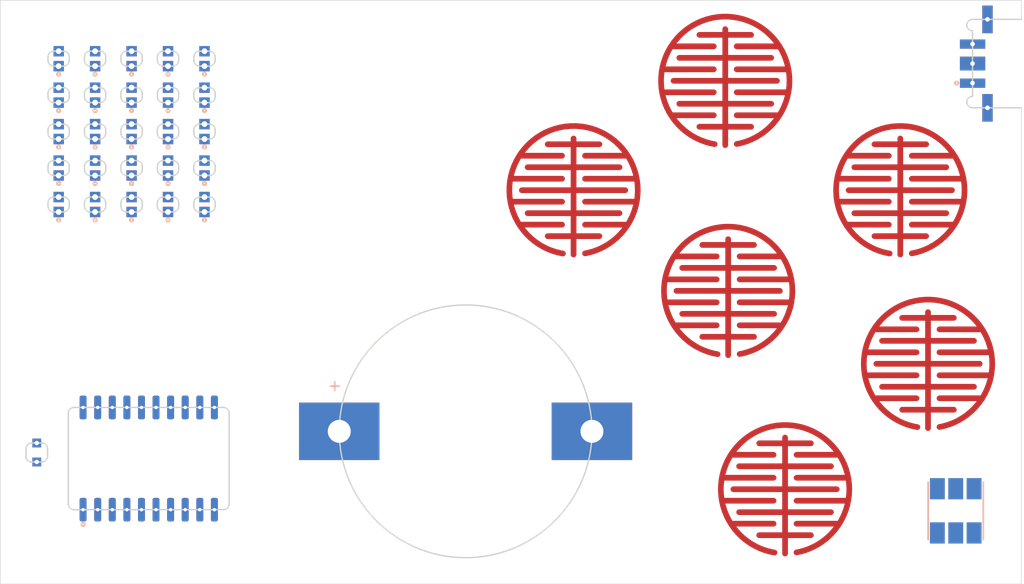
<source format=kicad_pcb>
(kicad_pcb (version 20171130) (host pcbnew "(5.1.9)-1")

  (general
    (thickness 1.6)
    (drawings 5)
    (tracks 0)
    (zones 0)
    (modules 36)
    (nets 20)
  )

  (page A4)
  (layers
    (0 F.Cu signal)
    (31 B.Cu signal)
    (32 B.Adhes user hide)
    (33 F.Adhes user hide)
    (34 B.Paste user hide)
    (35 F.Paste user hide)
    (36 B.SilkS user)
    (37 F.SilkS user)
    (38 B.Mask user)
    (39 F.Mask user)
    (40 Dwgs.User user)
    (41 Cmts.User user hide)
    (42 Eco1.User user hide)
    (43 Eco2.User user hide)
    (44 Edge.Cuts user)
    (45 Margin user hide)
    (46 B.CrtYd user hide)
    (47 F.CrtYd user hide)
    (48 B.Fab user hide)
    (49 F.Fab user hide)
  )

  (setup
    (last_trace_width 0.25)
    (trace_clearance 0.2)
    (zone_clearance 0.508)
    (zone_45_only no)
    (trace_min 0.2)
    (via_size 0.8)
    (via_drill 0.4)
    (via_min_size 0.4)
    (via_min_drill 0.3)
    (uvia_size 0.3)
    (uvia_drill 0.1)
    (uvias_allowed no)
    (uvia_min_size 0.2)
    (uvia_min_drill 0.1)
    (edge_width 0.05)
    (segment_width 0.2)
    (pcb_text_width 0.3)
    (pcb_text_size 1.5 1.5)
    (mod_edge_width 0.12)
    (mod_text_size 1 1)
    (mod_text_width 0.15)
    (pad_size 1.524 1.524)
    (pad_drill 0.762)
    (pad_to_mask_clearance 0)
    (aux_axis_origin 0 0)
    (visible_elements 7EFFF77F)
    (pcbplotparams
      (layerselection 0x01000_7ffffffe)
      (usegerberextensions false)
      (usegerberattributes false)
      (usegerberadvancedattributes false)
      (creategerberjobfile false)
      (excludeedgelayer true)
      (linewidth 0.100000)
      (plotframeref false)
      (viasonmask false)
      (mode 1)
      (useauxorigin false)
      (hpglpennumber 1)
      (hpglpenspeed 20)
      (hpglpendiameter 15.000000)
      (psnegative false)
      (psa4output false)
      (plotreference true)
      (plotvalue true)
      (plotinvisibletext false)
      (padsonsilk false)
      (subtractmaskfromsilk false)
      (outputformat 1)
      (mirror false)
      (drillshape 0)
      (scaleselection 1)
      (outputdirectory "./cam/"))
  )

  (net 0 "")
  (net 1 "Net-(BT1-Pad1)")
  (net 2 /GND)
  (net 3 /VDD)
  (net 4 /ROW0)
  (net 5 /ROW1)
  (net 6 /ROW2)
  (net 7 /ROW3)
  (net 8 /COL0)
  (net 9 /COL1)
  (net 10 /COL2)
  (net 11 /COL3)
  (net 12 /ROW4)
  (net 13 /COL4)
  (net 14 /Y0)
  (net 15 /X1)
  (net 16 /X0)
  (net 17 /Y1)
  (net 18 /X2)
  (net 19 /UPDI_DATA)

  (net_class Default "This is the default net class."
    (clearance 0.2)
    (trace_width 0.25)
    (via_dia 0.8)
    (via_drill 0.4)
    (uvia_dia 0.3)
    (uvia_drill 0.1)
    (add_net /COL0)
    (add_net /COL1)
    (add_net /COL2)
    (add_net /COL3)
    (add_net /COL4)
    (add_net /GND)
    (add_net /ROW0)
    (add_net /ROW1)
    (add_net /ROW2)
    (add_net /ROW3)
    (add_net /ROW4)
    (add_net /UPDI_DATA)
    (add_net /VDD)
    (add_net /X0)
    (add_net /X1)
    (add_net /X2)
    (add_net /Y0)
    (add_net /Y1)
    (add_net "Net-(BT1-Pad1)")
  )

  (module business-card:SOIC-20W_7.5x12.8mm_P1.27mm_through_board_mount (layer F.Cu) (tedit 6096BE25) (tstamp 60947C79)
    (at 12.925 39.9 90)
    (descr "SOIC, 20 Pin (JEDEC MS-013AC, https://www.analog.com/media/en/package-pcb-resources/package/233848rw_20.pdf), generated with kicad-footprint-generator ipc_gullwing_generator.py")
    (tags "SOIC SO")
    (path /60956219)
    (attr smd)
    (fp_text reference U1 (at 0 -7.8 90) (layer F.SilkS) hide
      (effects (font (size 1 1) (thickness 0.15)))
    )
    (fp_text value ATtiny1616-S (at 0 7.95 90) (layer F.Fab)
      (effects (font (size 1 1) (thickness 0.15)))
    )
    (fp_arc (start -3.95 -6.5) (end -3.95 -7) (angle -90) (layer Edge.Cuts) (width 0.12))
    (fp_arc (start 3.95 -6.5) (end 4.45 -6.5) (angle -90) (layer Edge.Cuts) (width 0.12))
    (fp_arc (start 3.95 6.5) (end 3.95 7) (angle -90) (layer Edge.Cuts) (width 0.12))
    (fp_arc (start -3.95 6.5) (end -4.45 6.5) (angle -90) (layer Edge.Cuts) (width 0.12))
    (fp_text user %R (at 0 0 90) (layer F.Fab)
      (effects (font (size 1 1) (thickness 0.15)))
    )
    (fp_line (start -3.95 7) (end 3.95 7) (layer Edge.Cuts) (width 0.12))
    (fp_line (start -3.95 -7) (end 3.95 -7) (layer Edge.Cuts) (width 0.12))
    (fp_line (start 4.45 6.5) (end 4.45 -6.5) (layer Edge.Cuts) (width 0.12))
    (fp_line (start -4.45 -6.5) (end -4.45 6.5) (layer Edge.Cuts) (width 0.12))
    (fp_line (start -2.75 -6.4) (end 3.75 -6.4) (layer F.Fab) (width 0.1))
    (fp_line (start 3.75 -6.4) (end 3.75 6.4) (layer F.Fab) (width 0.1))
    (fp_line (start 3.75 6.4) (end -3.75 6.4) (layer F.Fab) (width 0.1))
    (fp_line (start -3.75 6.4) (end -3.75 -5.4) (layer F.Fab) (width 0.1))
    (fp_line (start -3.75 -5.4) (end -2.75 -6.4) (layer F.Fab) (width 0.1))
    (fp_line (start -5.93 -6.65) (end -5.93 6.65) (layer F.CrtYd) (width 0.05))
    (fp_line (start -5.93 6.65) (end 5.93 6.65) (layer F.CrtYd) (width 0.05))
    (fp_line (start 5.93 6.65) (end 5.93 -6.65) (layer F.CrtYd) (width 0.05))
    (fp_line (start 5.93 -6.65) (end -5.93 -6.65) (layer F.CrtYd) (width 0.05))
    (fp_circle (center -5.73 -5.71) (end -5.659289 -5.71) (layer F.SilkS) (width 0.15))
    (fp_circle (center -5.73 -5.71) (end -5.659289 -5.71) (layer B.SilkS) (width 0.15))
    (pad 1 thru_hole roundrect (at -4.45 -5.715 90) (size 2.05 0.6) (drill 0.3) (layers *.Cu *.Mask) (roundrect_rratio 0.25)
      (net 3 /VDD))
    (pad 2 thru_hole roundrect (at -4.45 -4.445 90) (size 2.05 0.6) (drill 0.3) (layers *.Cu *.Mask) (roundrect_rratio 0.25))
    (pad 3 thru_hole roundrect (at -4.45 -3.175 90) (size 2.05 0.6) (drill 0.3) (layers *.Cu *.Mask) (roundrect_rratio 0.25))
    (pad 4 thru_hole roundrect (at -4.45 -1.905 90) (size 2.05 0.6) (drill 0.3) (layers *.Cu *.Mask) (roundrect_rratio 0.25))
    (pad 5 thru_hole roundrect (at -4.45 -0.635 90) (size 2.05 0.6) (drill 0.3) (layers *.Cu *.Mask) (roundrect_rratio 0.25))
    (pad 6 thru_hole roundrect (at -4.45 0.635 90) (size 2.05 0.6) (drill 0.3) (layers *.Cu *.Mask) (roundrect_rratio 0.25))
    (pad 7 thru_hole roundrect (at -4.45 1.905 90) (size 2.05 0.6) (drill 0.3) (layers *.Cu *.Mask) (roundrect_rratio 0.25))
    (pad 8 thru_hole roundrect (at -4.45 3.175 90) (size 2.05 0.6) (drill 0.3) (layers *.Cu *.Mask) (roundrect_rratio 0.25))
    (pad 9 thru_hole roundrect (at -4.45 4.445 90) (size 2.05 0.6) (drill 0.3) (layers *.Cu *.Mask) (roundrect_rratio 0.25))
    (pad 10 thru_hole roundrect (at -4.45 5.715 90) (size 2.05 0.6) (drill 0.3) (layers *.Cu *.Mask) (roundrect_rratio 0.25))
    (pad 11 thru_hole roundrect (at 4.45 5.715 90) (size 2.05 0.6) (drill 0.3) (layers *.Cu *.Mask) (roundrect_rratio 0.25))
    (pad 12 thru_hole roundrect (at 4.45 4.445 90) (size 2.05 0.6) (drill 0.3) (layers *.Cu *.Mask) (roundrect_rratio 0.25))
    (pad 13 thru_hole roundrect (at 4.45 3.175 90) (size 2.05 0.6) (drill 0.3) (layers *.Cu *.Mask) (roundrect_rratio 0.25))
    (pad 14 thru_hole roundrect (at 4.45 1.905 90) (size 2.05 0.6) (drill 0.3) (layers *.Cu *.Mask) (roundrect_rratio 0.25))
    (pad 15 thru_hole roundrect (at 4.45 0.635 90) (size 2.05 0.6) (drill 0.3) (layers *.Cu *.Mask) (roundrect_rratio 0.25))
    (pad 16 thru_hole roundrect (at 4.45 -0.635 90) (size 2.05 0.6) (drill 0.3) (layers *.Cu *.Mask) (roundrect_rratio 0.25)
      (net 19 /UPDI_DATA))
    (pad 17 thru_hole roundrect (at 4.45 -1.905 90) (size 2.05 0.6) (drill 0.3) (layers *.Cu *.Mask) (roundrect_rratio 0.25))
    (pad 18 thru_hole roundrect (at 4.45 -3.175 90) (size 2.05 0.6) (drill 0.3) (layers *.Cu *.Mask) (roundrect_rratio 0.25))
    (pad 19 thru_hole roundrect (at 4.45 -4.445 90) (size 2.05 0.6) (drill 0.3) (layers *.Cu *.Mask) (roundrect_rratio 0.25))
    (pad 20 thru_hole roundrect (at 4.45 -5.715 90) (size 2.05 0.6) (drill 0.3) (layers *.Cu *.Mask) (roundrect_rratio 0.25)
      (net 2 /GND))
    (model ${KISYS3DMOD}/Package_SO.3dshapes/SOIC-20W_7.5x12.8mm_P1.27mm.wrl
      (at (xyz 0 0 0))
      (scale (xyz 1 1 1))
      (rotate (xyz 0 0 0))
    )
  )

  (module business-card:0603_through_board_mount (layer F.Cu) (tedit 60995AA7) (tstamp 6099BC0D)
    (at 3.175 39.37 270)
    (path /5DC90E07)
    (fp_text reference C2 (at 0 -2.032 90) (layer F.SilkS) hide
      (effects (font (size 1 1) (thickness 0.15)))
    )
    (fp_text value "0.1 uF" (at 0 2.032 90) (layer F.Fab)
      (effects (font (size 1 1) (thickness 0.15)))
    )
    (fp_arc (start -0.3302 0.4445) (end -0.8255 0.4445) (angle -90) (layer Edge.Cuts) (width 0.12))
    (fp_arc (start 0.3302 0.4445) (end 0.3302 0.9398) (angle -90) (layer Edge.Cuts) (width 0.12))
    (fp_arc (start 0.3302 -0.4445) (end 0.8255 -0.4445) (angle -90) (layer Edge.Cuts) (width 0.12))
    (fp_arc (start -0.3302 -0.4445) (end -0.3302 -0.9398) (angle -90) (layer Edge.Cuts) (width 0.12))
    (fp_line (start -0.8255 -0.4445) (end -0.8255 0.4445) (layer Edge.Cuts) (width 0.12))
    (fp_line (start 0.8255 0.4445) (end 0.8255 -0.4445) (layer Edge.Cuts) (width 0.12))
    (fp_line (start -0.3302 -0.9398) (end 0.3302 -0.9398) (layer Edge.Cuts) (width 0.12))
    (fp_line (start 0.3302 0.9398) (end -0.3302 0.9398) (layer Edge.Cuts) (width 0.12))
    (pad 2 thru_hole rect (at 0.8255 0 90) (size 0.762 0.762) (drill 0.381) (layers *.Cu *.Mask)
      (net 2 /GND))
    (pad 1 thru_hole rect (at -0.8255 0 270) (size 0.762 0.762) (drill 0.381) (layers *.Cu *.Mask)
      (net 3 /VDD))
  )

  (module business-card:JSX08001SAQNL_through_board_mount (layer F.Cu) (tedit 6096BE56) (tstamp 60947E5C)
    (at 88.9 5.5118 90)
    (path /6095BE2B)
    (fp_text reference SW1 (at 0 -6.5 90) (layer F.SilkS) hide
      (effects (font (size 1 1) (thickness 0.15)))
    )
    (fp_text value SW_SPDT (at 0 1 90) (layer F.Fab)
      (effects (font (size 1 1) (thickness 0.15)))
    )
    (fp_circle (center -1.7 -5.64) (end -1.629289 -5.64) (layer F.SilkS) (width 0.15))
    (fp_circle (center -1.7 -5.64) (end -1.629289 -5.64) (layer B.SilkS) (width 0.15))
    (fp_line (start -3.8 -1.65) (end -3.8 -4.25) (layer Dwgs.User) (width 0.12))
    (fp_line (start -2.4 -1.65) (end -3.8 -1.65) (layer Dwgs.User) (width 0.12))
    (fp_line (start -2.4 0) (end -2.4 -1.65) (layer Dwgs.User) (width 0.12))
    (fp_line (start -0.95 0) (end -2.4 0) (layer Dwgs.User) (width 0.12))
    (fp_line (start -0.95 -1.65) (end -0.95 0) (layer Dwgs.User) (width 0.12))
    (fp_line (start 3.8 -1.65) (end -0.95 -1.65) (layer Dwgs.User) (width 0.12))
    (fp_line (start 3.8 -4.25) (end 3.8 -1.65) (layer Dwgs.User) (width 0.12))
    (fp_line (start -3.8 -4.25) (end 3.8 -4.25) (layer Dwgs.User) (width 0.12))
    (fp_line (start 3.85 0) (end 3.85 -4.25) (layer Edge.Cuts) (width 0.12))
    (fp_line (start 2.85 -4.25) (end -2.85 -4.25) (layer Edge.Cuts) (width 0.12))
    (fp_line (start -3.85 -4.25) (end -3.85 0) (layer Edge.Cuts) (width 0.12))
    (fp_arc (start 3.35 -4.25) (end 3.85 -4.25) (angle -180) (layer Edge.Cuts) (width 0.12))
    (fp_arc (start -3.35 -4.25) (end -2.85 -4.25) (angle -180) (layer Edge.Cuts) (width 0.12))
    (pad 3 thru_hole rect (at 1.7 -4.25 270) (size 0.8 2.2) (drill 0.4) (layers *.Cu *.Mask)
      (net 3 /VDD))
    (pad 2 thru_hole rect (at 0 -4.25 270) (size 1.2 2.2) (drill 0.4) (layers *.Cu *.Mask)
      (net 1 "Net-(BT1-Pad1)"))
    (pad 1 thru_hole rect (at -1.7 -4.25 270) (size 0.8 2.2) (drill 0.4) (layers *.Cu *.Mask))
    (pad "" thru_hole rect (at 3.85 -2.95 270) (size 2.4 0.9) (drill 0.4) (layers *.Cu *.Mask))
    (pad "" thru_hole rect (at -3.85 -2.95 90) (size 2.4 0.9) (drill 0.4) (layers *.Cu *.Mask))
  )

  (module business-card:CR2016_MFR_SM_through_board_mount (layer F.Cu) (tedit 6096BE69) (tstamp 60974BF3)
    (at 40.513 37.5285)
    (path /5DC84BFF)
    (fp_text reference BT1 (at 0 -12) (layer F.SilkS) hide
      (effects (font (size 1 1) (thickness 0.15)))
    )
    (fp_text value Battery_Cell (at 0 12.2) (layer F.Fab)
      (effects (font (size 1 1) (thickness 0.15)))
    )
    (fp_circle (center 0 0) (end -11 0) (layer Edge.Cuts) (width 0.12))
    (fp_text user + (at -11.4 -4) (layer B.SilkS)
      (effects (font (size 1 1) (thickness 0.15)))
    )
    (fp_text user + (at -11.4 -4) (layer F.SilkS)
      (effects (font (size 1 1) (thickness 0.15)))
    )
    (pad 2 thru_hole rect (at 11 0) (size 7 5) (drill 2) (layers *.Cu *.Mask)
      (net 2 /GND))
    (pad 1 thru_hole rect (at -11 0) (size 7 5) (drill 2) (layers *.Cu *.Mask)
      (net 1 "Net-(BT1-Pad1)"))
  )

  (module business-card:XZCBD53W-6_through_board_mount (layer F.Cu) (tedit 6096BE03) (tstamp 60947C14)
    (at 17.78 17.78 90)
    (path /6095AFE8)
    (fp_text reference D25 (at 0 -1.8 90) (layer F.SilkS) hide
      (effects (font (size 1 1) (thickness 0.15)))
    )
    (fp_text value LED (at 0 1.8 90) (layer F.Fab)
      (effects (font (size 1 1) (thickness 0.15)))
    )
    (fp_circle (center -1.35 0) (end -1.279289 0) (layer B.SilkS) (width 0.15))
    (fp_circle (center -1.35 0) (end -1.279289 0) (layer F.SilkS) (width 0.15))
    (fp_line (start 0.15 0.925) (end -0.15 0.925) (layer Edge.Cuts) (width 0.12))
    (fp_line (start -0.65 -0.425) (end -0.65 0.425) (layer Edge.Cuts) (width 0.12))
    (fp_line (start -0.15 -0.925) (end 0.15 -0.925) (layer Edge.Cuts) (width 0.12))
    (fp_line (start 0.65 0.425) (end 0.65 -0.425) (layer Edge.Cuts) (width 0.12))
    (fp_arc (start -0.15 0.425) (end -0.65 0.425) (angle -90) (layer Edge.Cuts) (width 0.12))
    (fp_arc (start 0.15 0.425) (end 0.15 0.925) (angle -90) (layer Edge.Cuts) (width 0.12))
    (fp_arc (start -0.15 -0.425) (end -0.15 -0.925) (angle -90) (layer Edge.Cuts) (width 0.12))
    (fp_arc (start 0.15 -0.425) (end 0.65 -0.425) (angle -90) (layer Edge.Cuts) (width 0.12))
    (pad 2 thru_hole rect (at 0.65 0 270) (size 0.9 0.9) (drill 0.5) (layers *.Cu *.Mask)
      (net 13 /COL4))
    (pad 1 thru_hole rect (at -0.65 0 90) (size 0.9 0.9) (drill 0.5) (layers *.Cu *.Mask)
      (net 12 /ROW4))
  )

  (module business-card:XZCBD53W-6_through_board_mount (layer F.Cu) (tedit 6096BE03) (tstamp 60947C01)
    (at 17.78 14.605 90)
    (path /6094903E)
    (fp_text reference D24 (at 0 -1.8 90) (layer F.SilkS) hide
      (effects (font (size 1 1) (thickness 0.15)))
    )
    (fp_text value LED (at 0 1.8 90) (layer F.Fab)
      (effects (font (size 1 1) (thickness 0.15)))
    )
    (fp_circle (center -1.35 0) (end -1.279289 0) (layer B.SilkS) (width 0.15))
    (fp_circle (center -1.35 0) (end -1.279289 0) (layer F.SilkS) (width 0.15))
    (fp_line (start 0.15 0.925) (end -0.15 0.925) (layer Edge.Cuts) (width 0.12))
    (fp_line (start -0.65 -0.425) (end -0.65 0.425) (layer Edge.Cuts) (width 0.12))
    (fp_line (start -0.15 -0.925) (end 0.15 -0.925) (layer Edge.Cuts) (width 0.12))
    (fp_line (start 0.65 0.425) (end 0.65 -0.425) (layer Edge.Cuts) (width 0.12))
    (fp_arc (start -0.15 0.425) (end -0.65 0.425) (angle -90) (layer Edge.Cuts) (width 0.12))
    (fp_arc (start 0.15 0.425) (end 0.15 0.925) (angle -90) (layer Edge.Cuts) (width 0.12))
    (fp_arc (start -0.15 -0.425) (end -0.15 -0.925) (angle -90) (layer Edge.Cuts) (width 0.12))
    (fp_arc (start 0.15 -0.425) (end 0.65 -0.425) (angle -90) (layer Edge.Cuts) (width 0.12))
    (pad 2 thru_hole rect (at 0.65 0 270) (size 0.9 0.9) (drill 0.5) (layers *.Cu *.Mask)
      (net 13 /COL4))
    (pad 1 thru_hole rect (at -0.65 0 90) (size 0.9 0.9) (drill 0.5) (layers *.Cu *.Mask)
      (net 7 /ROW3))
  )

  (module business-card:XZCBD53W-6_through_board_mount (layer F.Cu) (tedit 6096BE03) (tstamp 60947BEE)
    (at 17.78 11.43 90)
    (path /60949035)
    (fp_text reference D23 (at 0 -1.8 90) (layer F.SilkS) hide
      (effects (font (size 1 1) (thickness 0.15)))
    )
    (fp_text value LED (at 0 1.8 90) (layer F.Fab)
      (effects (font (size 1 1) (thickness 0.15)))
    )
    (fp_circle (center -1.35 0) (end -1.279289 0) (layer B.SilkS) (width 0.15))
    (fp_circle (center -1.35 0) (end -1.279289 0) (layer F.SilkS) (width 0.15))
    (fp_line (start 0.15 0.925) (end -0.15 0.925) (layer Edge.Cuts) (width 0.12))
    (fp_line (start -0.65 -0.425) (end -0.65 0.425) (layer Edge.Cuts) (width 0.12))
    (fp_line (start -0.15 -0.925) (end 0.15 -0.925) (layer Edge.Cuts) (width 0.12))
    (fp_line (start 0.65 0.425) (end 0.65 -0.425) (layer Edge.Cuts) (width 0.12))
    (fp_arc (start -0.15 0.425) (end -0.65 0.425) (angle -90) (layer Edge.Cuts) (width 0.12))
    (fp_arc (start 0.15 0.425) (end 0.15 0.925) (angle -90) (layer Edge.Cuts) (width 0.12))
    (fp_arc (start -0.15 -0.425) (end -0.15 -0.925) (angle -90) (layer Edge.Cuts) (width 0.12))
    (fp_arc (start 0.15 -0.425) (end 0.65 -0.425) (angle -90) (layer Edge.Cuts) (width 0.12))
    (pad 2 thru_hole rect (at 0.65 0 270) (size 0.9 0.9) (drill 0.5) (layers *.Cu *.Mask)
      (net 13 /COL4))
    (pad 1 thru_hole rect (at -0.65 0 90) (size 0.9 0.9) (drill 0.5) (layers *.Cu *.Mask)
      (net 6 /ROW2))
  )

  (module business-card:XZCBD53W-6_through_board_mount (layer F.Cu) (tedit 6096BE03) (tstamp 60947BDB)
    (at 17.78 8.255 90)
    (path /60946A52)
    (fp_text reference D22 (at 0 -1.8 90) (layer F.SilkS) hide
      (effects (font (size 1 1) (thickness 0.15)))
    )
    (fp_text value LED (at 0 1.8 90) (layer F.Fab)
      (effects (font (size 1 1) (thickness 0.15)))
    )
    (fp_circle (center -1.35 0) (end -1.279289 0) (layer B.SilkS) (width 0.15))
    (fp_circle (center -1.35 0) (end -1.279289 0) (layer F.SilkS) (width 0.15))
    (fp_line (start 0.15 0.925) (end -0.15 0.925) (layer Edge.Cuts) (width 0.12))
    (fp_line (start -0.65 -0.425) (end -0.65 0.425) (layer Edge.Cuts) (width 0.12))
    (fp_line (start -0.15 -0.925) (end 0.15 -0.925) (layer Edge.Cuts) (width 0.12))
    (fp_line (start 0.65 0.425) (end 0.65 -0.425) (layer Edge.Cuts) (width 0.12))
    (fp_arc (start -0.15 0.425) (end -0.65 0.425) (angle -90) (layer Edge.Cuts) (width 0.12))
    (fp_arc (start 0.15 0.425) (end 0.15 0.925) (angle -90) (layer Edge.Cuts) (width 0.12))
    (fp_arc (start -0.15 -0.425) (end -0.15 -0.925) (angle -90) (layer Edge.Cuts) (width 0.12))
    (fp_arc (start 0.15 -0.425) (end 0.65 -0.425) (angle -90) (layer Edge.Cuts) (width 0.12))
    (pad 2 thru_hole rect (at 0.65 0 270) (size 0.9 0.9) (drill 0.5) (layers *.Cu *.Mask)
      (net 13 /COL4))
    (pad 1 thru_hole rect (at -0.65 0 90) (size 0.9 0.9) (drill 0.5) (layers *.Cu *.Mask)
      (net 5 /ROW1))
  )

  (module business-card:XZCBD53W-6_through_board_mount (layer F.Cu) (tedit 6096BE03) (tstamp 60947BC8)
    (at 17.78 5.08 90)
    (path /60946A48)
    (fp_text reference D21 (at 0 -1.8 90) (layer F.SilkS) hide
      (effects (font (size 1 1) (thickness 0.15)))
    )
    (fp_text value LED (at 0 1.8 90) (layer F.Fab)
      (effects (font (size 1 1) (thickness 0.15)))
    )
    (fp_circle (center -1.35 0) (end -1.279289 0) (layer B.SilkS) (width 0.15))
    (fp_circle (center -1.35 0) (end -1.279289 0) (layer F.SilkS) (width 0.15))
    (fp_line (start 0.15 0.925) (end -0.15 0.925) (layer Edge.Cuts) (width 0.12))
    (fp_line (start -0.65 -0.425) (end -0.65 0.425) (layer Edge.Cuts) (width 0.12))
    (fp_line (start -0.15 -0.925) (end 0.15 -0.925) (layer Edge.Cuts) (width 0.12))
    (fp_line (start 0.65 0.425) (end 0.65 -0.425) (layer Edge.Cuts) (width 0.12))
    (fp_arc (start -0.15 0.425) (end -0.65 0.425) (angle -90) (layer Edge.Cuts) (width 0.12))
    (fp_arc (start 0.15 0.425) (end 0.15 0.925) (angle -90) (layer Edge.Cuts) (width 0.12))
    (fp_arc (start -0.15 -0.425) (end -0.15 -0.925) (angle -90) (layer Edge.Cuts) (width 0.12))
    (fp_arc (start 0.15 -0.425) (end 0.65 -0.425) (angle -90) (layer Edge.Cuts) (width 0.12))
    (pad 2 thru_hole rect (at 0.65 0 270) (size 0.9 0.9) (drill 0.5) (layers *.Cu *.Mask)
      (net 13 /COL4))
    (pad 1 thru_hole rect (at -0.65 0 90) (size 0.9 0.9) (drill 0.5) (layers *.Cu *.Mask)
      (net 4 /ROW0))
  )

  (module business-card:XZCBD53W-6_through_board_mount (layer F.Cu) (tedit 6096BE03) (tstamp 60947BB5)
    (at 14.605 17.78 90)
    (path /6095AFD2)
    (fp_text reference D20 (at 0 -1.8 90) (layer F.SilkS) hide
      (effects (font (size 1 1) (thickness 0.15)))
    )
    (fp_text value LED (at 0 1.8 90) (layer F.Fab)
      (effects (font (size 1 1) (thickness 0.15)))
    )
    (fp_circle (center -1.35 0) (end -1.279289 0) (layer B.SilkS) (width 0.15))
    (fp_circle (center -1.35 0) (end -1.279289 0) (layer F.SilkS) (width 0.15))
    (fp_line (start 0.15 0.925) (end -0.15 0.925) (layer Edge.Cuts) (width 0.12))
    (fp_line (start -0.65 -0.425) (end -0.65 0.425) (layer Edge.Cuts) (width 0.12))
    (fp_line (start -0.15 -0.925) (end 0.15 -0.925) (layer Edge.Cuts) (width 0.12))
    (fp_line (start 0.65 0.425) (end 0.65 -0.425) (layer Edge.Cuts) (width 0.12))
    (fp_arc (start -0.15 0.425) (end -0.65 0.425) (angle -90) (layer Edge.Cuts) (width 0.12))
    (fp_arc (start 0.15 0.425) (end 0.15 0.925) (angle -90) (layer Edge.Cuts) (width 0.12))
    (fp_arc (start -0.15 -0.425) (end -0.15 -0.925) (angle -90) (layer Edge.Cuts) (width 0.12))
    (fp_arc (start 0.15 -0.425) (end 0.65 -0.425) (angle -90) (layer Edge.Cuts) (width 0.12))
    (pad 2 thru_hole rect (at 0.65 0 270) (size 0.9 0.9) (drill 0.5) (layers *.Cu *.Mask)
      (net 11 /COL3))
    (pad 1 thru_hole rect (at -0.65 0 90) (size 0.9 0.9) (drill 0.5) (layers *.Cu *.Mask)
      (net 12 /ROW4))
  )

  (module business-card:XZCBD53W-6_through_board_mount (layer F.Cu) (tedit 6096BE03) (tstamp 60947BA2)
    (at 11.43 17.78 90)
    (path /6095AFCC)
    (fp_text reference D19 (at 0 -1.8 90) (layer F.SilkS) hide
      (effects (font (size 1 1) (thickness 0.15)))
    )
    (fp_text value LED (at 0 1.8 90) (layer F.Fab)
      (effects (font (size 1 1) (thickness 0.15)))
    )
    (fp_circle (center -1.35 0) (end -1.279289 0) (layer B.SilkS) (width 0.15))
    (fp_circle (center -1.35 0) (end -1.279289 0) (layer F.SilkS) (width 0.15))
    (fp_line (start 0.15 0.925) (end -0.15 0.925) (layer Edge.Cuts) (width 0.12))
    (fp_line (start -0.65 -0.425) (end -0.65 0.425) (layer Edge.Cuts) (width 0.12))
    (fp_line (start -0.15 -0.925) (end 0.15 -0.925) (layer Edge.Cuts) (width 0.12))
    (fp_line (start 0.65 0.425) (end 0.65 -0.425) (layer Edge.Cuts) (width 0.12))
    (fp_arc (start -0.15 0.425) (end -0.65 0.425) (angle -90) (layer Edge.Cuts) (width 0.12))
    (fp_arc (start 0.15 0.425) (end 0.15 0.925) (angle -90) (layer Edge.Cuts) (width 0.12))
    (fp_arc (start -0.15 -0.425) (end -0.15 -0.925) (angle -90) (layer Edge.Cuts) (width 0.12))
    (fp_arc (start 0.15 -0.425) (end 0.65 -0.425) (angle -90) (layer Edge.Cuts) (width 0.12))
    (pad 2 thru_hole rect (at 0.65 0 270) (size 0.9 0.9) (drill 0.5) (layers *.Cu *.Mask)
      (net 10 /COL2))
    (pad 1 thru_hole rect (at -0.65 0 90) (size 0.9 0.9) (drill 0.5) (layers *.Cu *.Mask)
      (net 12 /ROW4))
  )

  (module business-card:XZCBD53W-6_through_board_mount (layer F.Cu) (tedit 6096BE03) (tstamp 60947B8F)
    (at 8.255 17.78 90)
    (path /6095AFC6)
    (fp_text reference D18 (at 0 -1.8 90) (layer F.SilkS) hide
      (effects (font (size 1 1) (thickness 0.15)))
    )
    (fp_text value LED (at 0 1.8 90) (layer F.Fab)
      (effects (font (size 1 1) (thickness 0.15)))
    )
    (fp_circle (center -1.35 0) (end -1.279289 0) (layer B.SilkS) (width 0.15))
    (fp_circle (center -1.35 0) (end -1.279289 0) (layer F.SilkS) (width 0.15))
    (fp_line (start 0.15 0.925) (end -0.15 0.925) (layer Edge.Cuts) (width 0.12))
    (fp_line (start -0.65 -0.425) (end -0.65 0.425) (layer Edge.Cuts) (width 0.12))
    (fp_line (start -0.15 -0.925) (end 0.15 -0.925) (layer Edge.Cuts) (width 0.12))
    (fp_line (start 0.65 0.425) (end 0.65 -0.425) (layer Edge.Cuts) (width 0.12))
    (fp_arc (start -0.15 0.425) (end -0.65 0.425) (angle -90) (layer Edge.Cuts) (width 0.12))
    (fp_arc (start 0.15 0.425) (end 0.15 0.925) (angle -90) (layer Edge.Cuts) (width 0.12))
    (fp_arc (start -0.15 -0.425) (end -0.15 -0.925) (angle -90) (layer Edge.Cuts) (width 0.12))
    (fp_arc (start 0.15 -0.425) (end 0.65 -0.425) (angle -90) (layer Edge.Cuts) (width 0.12))
    (pad 2 thru_hole rect (at 0.65 0 270) (size 0.9 0.9) (drill 0.5) (layers *.Cu *.Mask)
      (net 9 /COL1))
    (pad 1 thru_hole rect (at -0.65 0 90) (size 0.9 0.9) (drill 0.5) (layers *.Cu *.Mask)
      (net 12 /ROW4))
  )

  (module business-card:XZCBD53W-6_through_board_mount (layer F.Cu) (tedit 6096BE03) (tstamp 60947B7C)
    (at 5.08 17.78 90)
    (path /6095AFC0)
    (fp_text reference D17 (at 0 -1.8 90) (layer F.SilkS) hide
      (effects (font (size 1 1) (thickness 0.15)))
    )
    (fp_text value LED (at 0 1.8 90) (layer F.Fab)
      (effects (font (size 1 1) (thickness 0.15)))
    )
    (fp_circle (center -1.35 0) (end -1.279289 0) (layer B.SilkS) (width 0.15))
    (fp_circle (center -1.35 0) (end -1.279289 0) (layer F.SilkS) (width 0.15))
    (fp_line (start 0.15 0.925) (end -0.15 0.925) (layer Edge.Cuts) (width 0.12))
    (fp_line (start -0.65 -0.425) (end -0.65 0.425) (layer Edge.Cuts) (width 0.12))
    (fp_line (start -0.15 -0.925) (end 0.15 -0.925) (layer Edge.Cuts) (width 0.12))
    (fp_line (start 0.65 0.425) (end 0.65 -0.425) (layer Edge.Cuts) (width 0.12))
    (fp_arc (start -0.15 0.425) (end -0.65 0.425) (angle -90) (layer Edge.Cuts) (width 0.12))
    (fp_arc (start 0.15 0.425) (end 0.15 0.925) (angle -90) (layer Edge.Cuts) (width 0.12))
    (fp_arc (start -0.15 -0.425) (end -0.15 -0.925) (angle -90) (layer Edge.Cuts) (width 0.12))
    (fp_arc (start 0.15 -0.425) (end 0.65 -0.425) (angle -90) (layer Edge.Cuts) (width 0.12))
    (pad 2 thru_hole rect (at 0.65 0 270) (size 0.9 0.9) (drill 0.5) (layers *.Cu *.Mask)
      (net 8 /COL0))
    (pad 1 thru_hole rect (at -0.65 0 90) (size 0.9 0.9) (drill 0.5) (layers *.Cu *.Mask)
      (net 12 /ROW4))
  )

  (module business-card:XZCBD53W-6_through_board_mount (layer F.Cu) (tedit 6096BE03) (tstamp 5DCB8C3C)
    (at 14.605 14.605 90)
    (path /5DCD538F)
    (fp_text reference D16 (at 0 -1.8 90) (layer F.SilkS) hide
      (effects (font (size 1 1) (thickness 0.15)))
    )
    (fp_text value LED (at 0 1.8 90) (layer F.Fab)
      (effects (font (size 1 1) (thickness 0.15)))
    )
    (fp_circle (center -1.35 0) (end -1.279289 0) (layer B.SilkS) (width 0.15))
    (fp_circle (center -1.35 0) (end -1.279289 0) (layer F.SilkS) (width 0.15))
    (fp_line (start 0.15 0.925) (end -0.15 0.925) (layer Edge.Cuts) (width 0.12))
    (fp_line (start -0.65 -0.425) (end -0.65 0.425) (layer Edge.Cuts) (width 0.12))
    (fp_line (start -0.15 -0.925) (end 0.15 -0.925) (layer Edge.Cuts) (width 0.12))
    (fp_line (start 0.65 0.425) (end 0.65 -0.425) (layer Edge.Cuts) (width 0.12))
    (fp_arc (start -0.15 0.425) (end -0.65 0.425) (angle -90) (layer Edge.Cuts) (width 0.12))
    (fp_arc (start 0.15 0.425) (end 0.15 0.925) (angle -90) (layer Edge.Cuts) (width 0.12))
    (fp_arc (start -0.15 -0.425) (end -0.15 -0.925) (angle -90) (layer Edge.Cuts) (width 0.12))
    (fp_arc (start 0.15 -0.425) (end 0.65 -0.425) (angle -90) (layer Edge.Cuts) (width 0.12))
    (pad 2 thru_hole rect (at 0.65 0 270) (size 0.9 0.9) (drill 0.5) (layers *.Cu *.Mask)
      (net 11 /COL3))
    (pad 1 thru_hole rect (at -0.65 0 90) (size 0.9 0.9) (drill 0.5) (layers *.Cu *.Mask)
      (net 7 /ROW3))
  )

  (module business-card:XZCBD53W-6_through_board_mount (layer F.Cu) (tedit 6096BE03) (tstamp 5DCB8C29)
    (at 14.605 11.43 90)
    (path /5DCD3BD8)
    (fp_text reference D15 (at 0 -1.8 90) (layer F.SilkS) hide
      (effects (font (size 1 1) (thickness 0.15)))
    )
    (fp_text value LED (at 0 1.8 90) (layer F.Fab)
      (effects (font (size 1 1) (thickness 0.15)))
    )
    (fp_circle (center -1.35 0) (end -1.279289 0) (layer B.SilkS) (width 0.15))
    (fp_circle (center -1.35 0) (end -1.279289 0) (layer F.SilkS) (width 0.15))
    (fp_line (start 0.15 0.925) (end -0.15 0.925) (layer Edge.Cuts) (width 0.12))
    (fp_line (start -0.65 -0.425) (end -0.65 0.425) (layer Edge.Cuts) (width 0.12))
    (fp_line (start -0.15 -0.925) (end 0.15 -0.925) (layer Edge.Cuts) (width 0.12))
    (fp_line (start 0.65 0.425) (end 0.65 -0.425) (layer Edge.Cuts) (width 0.12))
    (fp_arc (start -0.15 0.425) (end -0.65 0.425) (angle -90) (layer Edge.Cuts) (width 0.12))
    (fp_arc (start 0.15 0.425) (end 0.15 0.925) (angle -90) (layer Edge.Cuts) (width 0.12))
    (fp_arc (start -0.15 -0.425) (end -0.15 -0.925) (angle -90) (layer Edge.Cuts) (width 0.12))
    (fp_arc (start 0.15 -0.425) (end 0.65 -0.425) (angle -90) (layer Edge.Cuts) (width 0.12))
    (pad 2 thru_hole rect (at 0.65 0 270) (size 0.9 0.9) (drill 0.5) (layers *.Cu *.Mask)
      (net 11 /COL3))
    (pad 1 thru_hole rect (at -0.65 0 90) (size 0.9 0.9) (drill 0.5) (layers *.Cu *.Mask)
      (net 6 /ROW2))
  )

  (module business-card:XZCBD53W-6_through_board_mount (layer F.Cu) (tedit 6096BE03) (tstamp 5DCB8C16)
    (at 11.43 14.605 90)
    (path /5DCD5388)
    (fp_text reference D14 (at 0 -1.8 90) (layer F.SilkS) hide
      (effects (font (size 1 1) (thickness 0.15)))
    )
    (fp_text value LED (at 0 1.8 90) (layer F.Fab)
      (effects (font (size 1 1) (thickness 0.15)))
    )
    (fp_circle (center -1.35 0) (end -1.279289 0) (layer B.SilkS) (width 0.15))
    (fp_circle (center -1.35 0) (end -1.279289 0) (layer F.SilkS) (width 0.15))
    (fp_line (start 0.15 0.925) (end -0.15 0.925) (layer Edge.Cuts) (width 0.12))
    (fp_line (start -0.65 -0.425) (end -0.65 0.425) (layer Edge.Cuts) (width 0.12))
    (fp_line (start -0.15 -0.925) (end 0.15 -0.925) (layer Edge.Cuts) (width 0.12))
    (fp_line (start 0.65 0.425) (end 0.65 -0.425) (layer Edge.Cuts) (width 0.12))
    (fp_arc (start -0.15 0.425) (end -0.65 0.425) (angle -90) (layer Edge.Cuts) (width 0.12))
    (fp_arc (start 0.15 0.425) (end 0.15 0.925) (angle -90) (layer Edge.Cuts) (width 0.12))
    (fp_arc (start -0.15 -0.425) (end -0.15 -0.925) (angle -90) (layer Edge.Cuts) (width 0.12))
    (fp_arc (start 0.15 -0.425) (end 0.65 -0.425) (angle -90) (layer Edge.Cuts) (width 0.12))
    (pad 2 thru_hole rect (at 0.65 0 270) (size 0.9 0.9) (drill 0.5) (layers *.Cu *.Mask)
      (net 10 /COL2))
    (pad 1 thru_hole rect (at -0.65 0 90) (size 0.9 0.9) (drill 0.5) (layers *.Cu *.Mask)
      (net 7 /ROW3))
  )

  (module business-card:XZCBD53W-6_through_board_mount (layer F.Cu) (tedit 6096BE03) (tstamp 5DCB8C03)
    (at 11.43 11.43 90)
    (path /5DCD3BD1)
    (fp_text reference D13 (at 0.000001 -1.8 90) (layer F.SilkS) hide
      (effects (font (size 1 1) (thickness 0.15)))
    )
    (fp_text value LED (at 0 1.8 90) (layer F.Fab)
      (effects (font (size 1 1) (thickness 0.15)))
    )
    (fp_circle (center -1.35 0) (end -1.279289 0) (layer B.SilkS) (width 0.15))
    (fp_circle (center -1.35 0) (end -1.279289 0) (layer F.SilkS) (width 0.15))
    (fp_line (start 0.15 0.925) (end -0.15 0.925) (layer Edge.Cuts) (width 0.12))
    (fp_line (start -0.65 -0.425) (end -0.65 0.425) (layer Edge.Cuts) (width 0.12))
    (fp_line (start -0.15 -0.925) (end 0.15 -0.925) (layer Edge.Cuts) (width 0.12))
    (fp_line (start 0.65 0.425) (end 0.65 -0.425) (layer Edge.Cuts) (width 0.12))
    (fp_arc (start -0.15 0.425) (end -0.65 0.425) (angle -90) (layer Edge.Cuts) (width 0.12))
    (fp_arc (start 0.15 0.425) (end 0.15 0.925) (angle -90) (layer Edge.Cuts) (width 0.12))
    (fp_arc (start -0.15 -0.425) (end -0.15 -0.925) (angle -90) (layer Edge.Cuts) (width 0.12))
    (fp_arc (start 0.15 -0.425) (end 0.65 -0.425) (angle -90) (layer Edge.Cuts) (width 0.12))
    (pad 2 thru_hole rect (at 0.65 0 270) (size 0.9 0.9) (drill 0.5) (layers *.Cu *.Mask)
      (net 10 /COL2))
    (pad 1 thru_hole rect (at -0.65 0 90) (size 0.9 0.9) (drill 0.5) (layers *.Cu *.Mask)
      (net 6 /ROW2))
  )

  (module business-card:XZCBD53W-6_through_board_mount (layer F.Cu) (tedit 6096BE03) (tstamp 5DCB8BF0)
    (at 8.255 14.605 90)
    (path /5DCD5381)
    (fp_text reference D12 (at 0 -1.8 90) (layer F.SilkS) hide
      (effects (font (size 1 1) (thickness 0.15)))
    )
    (fp_text value LED (at 0 1.8 90) (layer F.Fab)
      (effects (font (size 1 1) (thickness 0.15)))
    )
    (fp_circle (center -1.35 0) (end -1.279289 0) (layer B.SilkS) (width 0.15))
    (fp_circle (center -1.35 0) (end -1.279289 0) (layer F.SilkS) (width 0.15))
    (fp_line (start 0.15 0.925) (end -0.15 0.925) (layer Edge.Cuts) (width 0.12))
    (fp_line (start -0.65 -0.425) (end -0.65 0.425) (layer Edge.Cuts) (width 0.12))
    (fp_line (start -0.15 -0.925) (end 0.15 -0.925) (layer Edge.Cuts) (width 0.12))
    (fp_line (start 0.65 0.425) (end 0.65 -0.425) (layer Edge.Cuts) (width 0.12))
    (fp_arc (start -0.15 0.425) (end -0.65 0.425) (angle -90) (layer Edge.Cuts) (width 0.12))
    (fp_arc (start 0.15 0.425) (end 0.15 0.925) (angle -90) (layer Edge.Cuts) (width 0.12))
    (fp_arc (start -0.15 -0.425) (end -0.15 -0.925) (angle -90) (layer Edge.Cuts) (width 0.12))
    (fp_arc (start 0.15 -0.425) (end 0.65 -0.425) (angle -90) (layer Edge.Cuts) (width 0.12))
    (pad 2 thru_hole rect (at 0.65 0 270) (size 0.9 0.9) (drill 0.5) (layers *.Cu *.Mask)
      (net 9 /COL1))
    (pad 1 thru_hole rect (at -0.65 0 90) (size 0.9 0.9) (drill 0.5) (layers *.Cu *.Mask)
      (net 7 /ROW3))
  )

  (module business-card:XZCBD53W-6_through_board_mount (layer F.Cu) (tedit 6096BE03) (tstamp 5DCB8BDD)
    (at 8.255 11.43 90)
    (path /5DCD3BCA)
    (fp_text reference D11 (at -0.000001 -1.8 90) (layer F.SilkS) hide
      (effects (font (size 1 1) (thickness 0.15)))
    )
    (fp_text value LED (at 0 1.8 90) (layer F.Fab)
      (effects (font (size 1 1) (thickness 0.15)))
    )
    (fp_circle (center -1.35 0) (end -1.279289 0) (layer B.SilkS) (width 0.15))
    (fp_circle (center -1.35 0) (end -1.279289 0) (layer F.SilkS) (width 0.15))
    (fp_line (start 0.15 0.925) (end -0.15 0.925) (layer Edge.Cuts) (width 0.12))
    (fp_line (start -0.65 -0.425) (end -0.65 0.425) (layer Edge.Cuts) (width 0.12))
    (fp_line (start -0.15 -0.925) (end 0.15 -0.925) (layer Edge.Cuts) (width 0.12))
    (fp_line (start 0.65 0.425) (end 0.65 -0.425) (layer Edge.Cuts) (width 0.12))
    (fp_arc (start -0.15 0.425) (end -0.65 0.425) (angle -90) (layer Edge.Cuts) (width 0.12))
    (fp_arc (start 0.15 0.425) (end 0.15 0.925) (angle -90) (layer Edge.Cuts) (width 0.12))
    (fp_arc (start -0.15 -0.425) (end -0.15 -0.925) (angle -90) (layer Edge.Cuts) (width 0.12))
    (fp_arc (start 0.15 -0.425) (end 0.65 -0.425) (angle -90) (layer Edge.Cuts) (width 0.12))
    (pad 2 thru_hole rect (at 0.65 0 270) (size 0.9 0.9) (drill 0.5) (layers *.Cu *.Mask)
      (net 9 /COL1))
    (pad 1 thru_hole rect (at -0.65 0 90) (size 0.9 0.9) (drill 0.5) (layers *.Cu *.Mask)
      (net 6 /ROW2))
  )

  (module business-card:XZCBD53W-6_through_board_mount (layer F.Cu) (tedit 6096BE03) (tstamp 5DCB8BCA)
    (at 5.08 14.605 90)
    (path /5DCD537A)
    (fp_text reference D10 (at 0 -1.8 90) (layer F.SilkS) hide
      (effects (font (size 1 1) (thickness 0.15)))
    )
    (fp_text value LED (at 0 1.8 90) (layer F.Fab)
      (effects (font (size 1 1) (thickness 0.15)))
    )
    (fp_circle (center -1.35 0) (end -1.279289 0) (layer B.SilkS) (width 0.15))
    (fp_circle (center -1.35 0) (end -1.279289 0) (layer F.SilkS) (width 0.15))
    (fp_line (start 0.15 0.925) (end -0.15 0.925) (layer Edge.Cuts) (width 0.12))
    (fp_line (start -0.65 -0.425) (end -0.65 0.425) (layer Edge.Cuts) (width 0.12))
    (fp_line (start -0.15 -0.925) (end 0.15 -0.925) (layer Edge.Cuts) (width 0.12))
    (fp_line (start 0.65 0.425) (end 0.65 -0.425) (layer Edge.Cuts) (width 0.12))
    (fp_arc (start -0.15 0.425) (end -0.65 0.425) (angle -90) (layer Edge.Cuts) (width 0.12))
    (fp_arc (start 0.15 0.425) (end 0.15 0.925) (angle -90) (layer Edge.Cuts) (width 0.12))
    (fp_arc (start -0.15 -0.425) (end -0.15 -0.925) (angle -90) (layer Edge.Cuts) (width 0.12))
    (fp_arc (start 0.15 -0.425) (end 0.65 -0.425) (angle -90) (layer Edge.Cuts) (width 0.12))
    (pad 2 thru_hole rect (at 0.65 0 270) (size 0.9 0.9) (drill 0.5) (layers *.Cu *.Mask)
      (net 8 /COL0))
    (pad 1 thru_hole rect (at -0.65 0 90) (size 0.9 0.9) (drill 0.5) (layers *.Cu *.Mask)
      (net 7 /ROW3))
  )

  (module business-card:XZCBD53W-6_through_board_mount (layer F.Cu) (tedit 6096BE03) (tstamp 5DCB8BB7)
    (at 5.08 11.43 90)
    (path /5DCD3BC3)
    (fp_text reference D9 (at 0 -1.8 90) (layer F.SilkS) hide
      (effects (font (size 1 1) (thickness 0.15)))
    )
    (fp_text value LED (at 0 1.8 90) (layer F.Fab)
      (effects (font (size 1 1) (thickness 0.15)))
    )
    (fp_circle (center -1.35 0) (end -1.279289 0) (layer B.SilkS) (width 0.15))
    (fp_circle (center -1.35 0) (end -1.279289 0) (layer F.SilkS) (width 0.15))
    (fp_line (start 0.15 0.925) (end -0.15 0.925) (layer Edge.Cuts) (width 0.12))
    (fp_line (start -0.65 -0.425) (end -0.65 0.425) (layer Edge.Cuts) (width 0.12))
    (fp_line (start -0.15 -0.925) (end 0.15 -0.925) (layer Edge.Cuts) (width 0.12))
    (fp_line (start 0.65 0.425) (end 0.65 -0.425) (layer Edge.Cuts) (width 0.12))
    (fp_arc (start -0.15 0.425) (end -0.65 0.425) (angle -90) (layer Edge.Cuts) (width 0.12))
    (fp_arc (start 0.15 0.425) (end 0.15 0.925) (angle -90) (layer Edge.Cuts) (width 0.12))
    (fp_arc (start -0.15 -0.425) (end -0.15 -0.925) (angle -90) (layer Edge.Cuts) (width 0.12))
    (fp_arc (start 0.15 -0.425) (end 0.65 -0.425) (angle -90) (layer Edge.Cuts) (width 0.12))
    (pad 2 thru_hole rect (at 0.65 0 270) (size 0.9 0.9) (drill 0.5) (layers *.Cu *.Mask)
      (net 8 /COL0))
    (pad 1 thru_hole rect (at -0.65 0 90) (size 0.9 0.9) (drill 0.5) (layers *.Cu *.Mask)
      (net 6 /ROW2))
  )

  (module business-card:XZCBD53W-6_through_board_mount (layer F.Cu) (tedit 6096BE03) (tstamp 5DCB8BA4)
    (at 14.605 8.255 90)
    (path /5DCD1908)
    (fp_text reference D8 (at 0.000001 -1.8 90) (layer F.SilkS) hide
      (effects (font (size 1 1) (thickness 0.15)))
    )
    (fp_text value LED (at 0 1.8 90) (layer F.Fab)
      (effects (font (size 1 1) (thickness 0.15)))
    )
    (fp_circle (center -1.35 0) (end -1.279289 0) (layer B.SilkS) (width 0.15))
    (fp_circle (center -1.35 0) (end -1.279289 0) (layer F.SilkS) (width 0.15))
    (fp_line (start 0.15 0.925) (end -0.15 0.925) (layer Edge.Cuts) (width 0.12))
    (fp_line (start -0.65 -0.425) (end -0.65 0.425) (layer Edge.Cuts) (width 0.12))
    (fp_line (start -0.15 -0.925) (end 0.15 -0.925) (layer Edge.Cuts) (width 0.12))
    (fp_line (start 0.65 0.425) (end 0.65 -0.425) (layer Edge.Cuts) (width 0.12))
    (fp_arc (start -0.15 0.425) (end -0.65 0.425) (angle -90) (layer Edge.Cuts) (width 0.12))
    (fp_arc (start 0.15 0.425) (end 0.15 0.925) (angle -90) (layer Edge.Cuts) (width 0.12))
    (fp_arc (start -0.15 -0.425) (end -0.15 -0.925) (angle -90) (layer Edge.Cuts) (width 0.12))
    (fp_arc (start 0.15 -0.425) (end 0.65 -0.425) (angle -90) (layer Edge.Cuts) (width 0.12))
    (pad 2 thru_hole rect (at 0.65 0 270) (size 0.9 0.9) (drill 0.5) (layers *.Cu *.Mask)
      (net 11 /COL3))
    (pad 1 thru_hole rect (at -0.65 0 90) (size 0.9 0.9) (drill 0.5) (layers *.Cu *.Mask)
      (net 5 /ROW1))
  )

  (module business-card:XZCBD53W-6_through_board_mount (layer F.Cu) (tedit 6096BE03) (tstamp 5DCB8B91)
    (at 14.605 5.08 90)
    (path /5DC8AE17)
    (fp_text reference D7 (at 0 -1.8 90) (layer F.SilkS) hide
      (effects (font (size 1 1) (thickness 0.15)))
    )
    (fp_text value LED (at 0 1.8 90) (layer F.Fab)
      (effects (font (size 1 1) (thickness 0.15)))
    )
    (fp_circle (center -1.35 0) (end -1.279289 0) (layer B.SilkS) (width 0.15))
    (fp_circle (center -1.35 0) (end -1.279289 0) (layer F.SilkS) (width 0.15))
    (fp_line (start 0.15 0.925) (end -0.15 0.925) (layer Edge.Cuts) (width 0.12))
    (fp_line (start -0.65 -0.425) (end -0.65 0.425) (layer Edge.Cuts) (width 0.12))
    (fp_line (start -0.15 -0.925) (end 0.15 -0.925) (layer Edge.Cuts) (width 0.12))
    (fp_line (start 0.65 0.425) (end 0.65 -0.425) (layer Edge.Cuts) (width 0.12))
    (fp_arc (start -0.15 0.425) (end -0.65 0.425) (angle -90) (layer Edge.Cuts) (width 0.12))
    (fp_arc (start 0.15 0.425) (end 0.15 0.925) (angle -90) (layer Edge.Cuts) (width 0.12))
    (fp_arc (start -0.15 -0.425) (end -0.15 -0.925) (angle -90) (layer Edge.Cuts) (width 0.12))
    (fp_arc (start 0.15 -0.425) (end 0.65 -0.425) (angle -90) (layer Edge.Cuts) (width 0.12))
    (pad 2 thru_hole rect (at 0.65 0 270) (size 0.9 0.9) (drill 0.5) (layers *.Cu *.Mask)
      (net 11 /COL3))
    (pad 1 thru_hole rect (at -0.65 0 90) (size 0.9 0.9) (drill 0.5) (layers *.Cu *.Mask)
      (net 4 /ROW0))
  )

  (module business-card:XZCBD53W-6_through_board_mount (layer F.Cu) (tedit 6096BE03) (tstamp 5DCB8B7E)
    (at 11.43 8.255 90)
    (path /5DCD1901)
    (fp_text reference D6 (at 0 -1.8 90) (layer F.SilkS) hide
      (effects (font (size 1 1) (thickness 0.15)))
    )
    (fp_text value LED (at 0 1.8 90) (layer F.Fab)
      (effects (font (size 1 1) (thickness 0.15)))
    )
    (fp_circle (center -1.35 0) (end -1.279289 0) (layer B.SilkS) (width 0.15))
    (fp_circle (center -1.35 0) (end -1.279289 0) (layer F.SilkS) (width 0.15))
    (fp_line (start 0.15 0.925) (end -0.15 0.925) (layer Edge.Cuts) (width 0.12))
    (fp_line (start -0.65 -0.425) (end -0.65 0.425) (layer Edge.Cuts) (width 0.12))
    (fp_line (start -0.15 -0.925) (end 0.15 -0.925) (layer Edge.Cuts) (width 0.12))
    (fp_line (start 0.65 0.425) (end 0.65 -0.425) (layer Edge.Cuts) (width 0.12))
    (fp_arc (start -0.15 0.425) (end -0.65 0.425) (angle -90) (layer Edge.Cuts) (width 0.12))
    (fp_arc (start 0.15 0.425) (end 0.15 0.925) (angle -90) (layer Edge.Cuts) (width 0.12))
    (fp_arc (start -0.15 -0.425) (end -0.15 -0.925) (angle -90) (layer Edge.Cuts) (width 0.12))
    (fp_arc (start 0.15 -0.425) (end 0.65 -0.425) (angle -90) (layer Edge.Cuts) (width 0.12))
    (pad 2 thru_hole rect (at 0.65 0 270) (size 0.9 0.9) (drill 0.5) (layers *.Cu *.Mask)
      (net 10 /COL2))
    (pad 1 thru_hole rect (at -0.65 0 90) (size 0.9 0.9) (drill 0.5) (layers *.Cu *.Mask)
      (net 5 /ROW1))
  )

  (module business-card:XZCBD53W-6_through_board_mount (layer F.Cu) (tedit 6096BE03) (tstamp 5DCB8B6B)
    (at 11.43 5.08 90)
    (path /5DC8ACCD)
    (fp_text reference D5 (at 0.000001 -1.8 90) (layer F.SilkS) hide
      (effects (font (size 1 1) (thickness 0.15)))
    )
    (fp_text value LED (at 0 1.8 90) (layer F.Fab)
      (effects (font (size 1 1) (thickness 0.15)))
    )
    (fp_circle (center -1.35 0) (end -1.279289 0) (layer B.SilkS) (width 0.15))
    (fp_circle (center -1.35 0) (end -1.279289 0) (layer F.SilkS) (width 0.15))
    (fp_line (start 0.15 0.925) (end -0.15 0.925) (layer Edge.Cuts) (width 0.12))
    (fp_line (start -0.65 -0.425) (end -0.65 0.425) (layer Edge.Cuts) (width 0.12))
    (fp_line (start -0.15 -0.925) (end 0.15 -0.925) (layer Edge.Cuts) (width 0.12))
    (fp_line (start 0.65 0.425) (end 0.65 -0.425) (layer Edge.Cuts) (width 0.12))
    (fp_arc (start -0.15 0.425) (end -0.65 0.425) (angle -90) (layer Edge.Cuts) (width 0.12))
    (fp_arc (start 0.15 0.425) (end 0.15 0.925) (angle -90) (layer Edge.Cuts) (width 0.12))
    (fp_arc (start -0.15 -0.425) (end -0.15 -0.925) (angle -90) (layer Edge.Cuts) (width 0.12))
    (fp_arc (start 0.15 -0.425) (end 0.65 -0.425) (angle -90) (layer Edge.Cuts) (width 0.12))
    (pad 2 thru_hole rect (at 0.65 0 270) (size 0.9 0.9) (drill 0.5) (layers *.Cu *.Mask)
      (net 10 /COL2))
    (pad 1 thru_hole rect (at -0.65 0 90) (size 0.9 0.9) (drill 0.5) (layers *.Cu *.Mask)
      (net 4 /ROW0))
  )

  (module business-card:XZCBD53W-6_through_board_mount (layer F.Cu) (tedit 6096BE03) (tstamp 5DCB8B58)
    (at 8.255 8.255 90)
    (path /5DCD18FA)
    (fp_text reference D4 (at -0.000001 -1.8 90) (layer F.SilkS) hide
      (effects (font (size 1 1) (thickness 0.15)))
    )
    (fp_text value LED (at 0 1.8 90) (layer F.Fab)
      (effects (font (size 1 1) (thickness 0.15)))
    )
    (fp_circle (center -1.35 0) (end -1.279289 0) (layer B.SilkS) (width 0.15))
    (fp_circle (center -1.35 0) (end -1.279289 0) (layer F.SilkS) (width 0.15))
    (fp_line (start 0.15 0.925) (end -0.15 0.925) (layer Edge.Cuts) (width 0.12))
    (fp_line (start -0.65 -0.425) (end -0.65 0.425) (layer Edge.Cuts) (width 0.12))
    (fp_line (start -0.15 -0.925) (end 0.15 -0.925) (layer Edge.Cuts) (width 0.12))
    (fp_line (start 0.65 0.425) (end 0.65 -0.425) (layer Edge.Cuts) (width 0.12))
    (fp_arc (start -0.15 0.425) (end -0.65 0.425) (angle -90) (layer Edge.Cuts) (width 0.12))
    (fp_arc (start 0.15 0.425) (end 0.15 0.925) (angle -90) (layer Edge.Cuts) (width 0.12))
    (fp_arc (start -0.15 -0.425) (end -0.15 -0.925) (angle -90) (layer Edge.Cuts) (width 0.12))
    (fp_arc (start 0.15 -0.425) (end 0.65 -0.425) (angle -90) (layer Edge.Cuts) (width 0.12))
    (pad 2 thru_hole rect (at 0.65 0 270) (size 0.9 0.9) (drill 0.5) (layers *.Cu *.Mask)
      (net 9 /COL1))
    (pad 1 thru_hole rect (at -0.65 0 90) (size 0.9 0.9) (drill 0.5) (layers *.Cu *.Mask)
      (net 5 /ROW1))
  )

  (module business-card:XZCBD53W-6_through_board_mount (layer F.Cu) (tedit 6096BE03) (tstamp 5DCB8B45)
    (at 8.255 5.08 90)
    (path /5DC8A976)
    (fp_text reference D3 (at 0 -1.8 90) (layer F.SilkS) hide
      (effects (font (size 1 1) (thickness 0.15)))
    )
    (fp_text value LED (at 0 1.8 90) (layer F.Fab)
      (effects (font (size 1 1) (thickness 0.15)))
    )
    (fp_circle (center -1.35 0) (end -1.279289 0) (layer B.SilkS) (width 0.15))
    (fp_circle (center -1.35 0) (end -1.279289 0) (layer F.SilkS) (width 0.15))
    (fp_line (start 0.15 0.925) (end -0.15 0.925) (layer Edge.Cuts) (width 0.12))
    (fp_line (start -0.65 -0.425) (end -0.65 0.425) (layer Edge.Cuts) (width 0.12))
    (fp_line (start -0.15 -0.925) (end 0.15 -0.925) (layer Edge.Cuts) (width 0.12))
    (fp_line (start 0.65 0.425) (end 0.65 -0.425) (layer Edge.Cuts) (width 0.12))
    (fp_arc (start -0.15 0.425) (end -0.65 0.425) (angle -90) (layer Edge.Cuts) (width 0.12))
    (fp_arc (start 0.15 0.425) (end 0.15 0.925) (angle -90) (layer Edge.Cuts) (width 0.12))
    (fp_arc (start -0.15 -0.425) (end -0.15 -0.925) (angle -90) (layer Edge.Cuts) (width 0.12))
    (fp_arc (start 0.15 -0.425) (end 0.65 -0.425) (angle -90) (layer Edge.Cuts) (width 0.12))
    (pad 2 thru_hole rect (at 0.65 0 270) (size 0.9 0.9) (drill 0.5) (layers *.Cu *.Mask)
      (net 9 /COL1))
    (pad 1 thru_hole rect (at -0.65 0 90) (size 0.9 0.9) (drill 0.5) (layers *.Cu *.Mask)
      (net 4 /ROW0))
  )

  (module business-card:XZCBD53W-6_through_board_mount (layer F.Cu) (tedit 6096BE03) (tstamp 5DCB8B32)
    (at 5.08 8.255 90)
    (path /5DCD18F3)
    (fp_text reference D2 (at 0 -1.8 90) (layer F.SilkS) hide
      (effects (font (size 1 1) (thickness 0.15)))
    )
    (fp_text value LED (at 0 1.8 90) (layer F.Fab)
      (effects (font (size 1 1) (thickness 0.15)))
    )
    (fp_circle (center -1.35 0) (end -1.279289 0) (layer B.SilkS) (width 0.15))
    (fp_circle (center -1.35 0) (end -1.279289 0) (layer F.SilkS) (width 0.15))
    (fp_line (start 0.15 0.925) (end -0.15 0.925) (layer Edge.Cuts) (width 0.12))
    (fp_line (start -0.65 -0.425) (end -0.65 0.425) (layer Edge.Cuts) (width 0.12))
    (fp_line (start -0.15 -0.925) (end 0.15 -0.925) (layer Edge.Cuts) (width 0.12))
    (fp_line (start 0.65 0.425) (end 0.65 -0.425) (layer Edge.Cuts) (width 0.12))
    (fp_arc (start -0.15 0.425) (end -0.65 0.425) (angle -90) (layer Edge.Cuts) (width 0.12))
    (fp_arc (start 0.15 0.425) (end 0.15 0.925) (angle -90) (layer Edge.Cuts) (width 0.12))
    (fp_arc (start -0.15 -0.425) (end -0.15 -0.925) (angle -90) (layer Edge.Cuts) (width 0.12))
    (fp_arc (start 0.15 -0.425) (end 0.65 -0.425) (angle -90) (layer Edge.Cuts) (width 0.12))
    (pad 2 thru_hole rect (at 0.65 0 270) (size 0.9 0.9) (drill 0.5) (layers *.Cu *.Mask)
      (net 8 /COL0))
    (pad 1 thru_hole rect (at -0.65 0 90) (size 0.9 0.9) (drill 0.5) (layers *.Cu *.Mask)
      (net 5 /ROW1))
  )

  (module business-card:XZCBD53W-6_through_board_mount (layer F.Cu) (tedit 6096BE03) (tstamp 5DCB8B1F)
    (at 5.08 5.08 90)
    (path /5DC8A5A5)
    (fp_text reference D1 (at 0 -1.8 90) (layer F.SilkS) hide
      (effects (font (size 1 1) (thickness 0.15)))
    )
    (fp_text value LED (at 0 1.8 90) (layer F.Fab)
      (effects (font (size 1 1) (thickness 0.15)))
    )
    (fp_circle (center -1.35 0) (end -1.279289 0) (layer B.SilkS) (width 0.15))
    (fp_circle (center -1.35 0) (end -1.279289 0) (layer F.SilkS) (width 0.15))
    (fp_line (start 0.15 0.925) (end -0.15 0.925) (layer Edge.Cuts) (width 0.12))
    (fp_line (start -0.65 -0.425) (end -0.65 0.425) (layer Edge.Cuts) (width 0.12))
    (fp_line (start -0.15 -0.925) (end 0.15 -0.925) (layer Edge.Cuts) (width 0.12))
    (fp_line (start 0.65 0.425) (end 0.65 -0.425) (layer Edge.Cuts) (width 0.12))
    (fp_arc (start -0.15 0.425) (end -0.65 0.425) (angle -90) (layer Edge.Cuts) (width 0.12))
    (fp_arc (start 0.15 0.425) (end 0.15 0.925) (angle -90) (layer Edge.Cuts) (width 0.12))
    (fp_arc (start -0.15 -0.425) (end -0.15 -0.925) (angle -90) (layer Edge.Cuts) (width 0.12))
    (fp_arc (start 0.15 -0.425) (end 0.65 -0.425) (angle -90) (layer Edge.Cuts) (width 0.12))
    (pad 2 thru_hole rect (at 0.65 0 270) (size 0.9 0.9) (drill 0.5) (layers *.Cu *.Mask)
      (net 8 /COL0))
    (pad 1 thru_hole rect (at -0.65 0 90) (size 0.9 0.9) (drill 0.5) (layers *.Cu *.Mask)
      (net 4 /ROW0))
  )

  (module colinholzman:Molex_788641001_mating_pad_layout (layer B.Cu) (tedit 60956C41) (tstamp 6096AB53)
    (at 83.185 44.45 180)
    (path /6092ADDC)
    (fp_text reference J1 (at 0 3.75) (layer B.SilkS) hide
      (effects (font (size 1 1) (thickness 0.15)) (justify mirror))
    )
    (fp_text value Conn_01x06 (at 0 -3.75) (layer B.Fab)
      (effects (font (size 1 1) (thickness 0.15)) (justify mirror))
    )
    (fp_line (start -2.4 -2.5) (end -2.4 2.5) (layer B.SilkS) (width 0.15))
    (fp_line (start 2.4 2.5) (end 2.4 -2.5) (layer B.SilkS) (width 0.15))
    (pad 4 smd rect (at 1.6 -1.925) (size 1.3 1.85) (layers B.Cu B.Paste B.Mask))
    (pad 1 smd rect (at -1.6 1.925 180) (size 1.3 1.85) (layers B.Cu B.Paste B.Mask)
      (net 3 /VDD))
    (pad 6 smd rect (at -1.6 -1.925) (size 1.3 1.85) (layers B.Cu B.Paste B.Mask)
      (net 2 /GND))
    (pad 2 smd rect (at 0 1.925 180) (size 1.3 1.85) (layers B.Cu B.Paste B.Mask)
      (net 19 /UPDI_DATA))
    (pad 3 smd rect (at 1.6 1.925 180) (size 1.3 1.85) (layers B.Cu B.Paste B.Mask))
    (pad 5 smd rect (at 0 -1.925) (size 1.3 1.85) (layers B.Cu B.Paste B.Mask))
  )

  (module colinholzman:Mutual_Capacitance_Button (layer F.Cu) (tedit 6094125D) (tstamp 60947C4E)
    (at 49.911 16.5354)
    (descr "Mutual capacitance button based on Microchip AN2934")
    (path /6094E401)
    (fp_text reference SW7 (at 0 -6.8) (layer F.SilkS) hide
      (effects (font (size 1 1) (thickness 0.15)))
    )
    (fp_text value Mutual_Capacitance_Button (at 0 7.2) (layer F.Fab)
      (effects (font (size 1 1) (thickness 0.15)))
    )
    (pad 2 smd custom (at 0 5.6) (size 0.25 0.25) (layers F.Cu F.Paste F.Mask)
      (net 17 /Y1)
      (options (clearance outline) (anchor circle))
      (primitives
        (gr_line (start -4.5 -5.6) (end 4.5 -5.6) (width 0.5))
        (gr_line (start 0 0) (end 0 -10.1) (width 0.5))
        (gr_line (start -2.25 -9.6) (end 2.25 -9.6) (width 0.5))
        (gr_line (start 4 -3.6) (end -4 -3.6) (width 0.5))
        (gr_line (start -4 -7.6) (end 4 -7.6) (width 0.5))
        (gr_line (start 2.25 -1.6) (end -2.25 -1.6) (width 0.5))
      ))
    (pad 1 smd custom (at 0 -5.6) (size 0.25 0.25) (layers F.Cu F.Paste F.Mask)
      (net 15 /X1)
      (options (clearance outline) (anchor circle))
      (primitives
        (gr_line (start 5.25 6.6) (end 1 6.6) (width 0.5))
        (gr_arc (start 0 5.6) (end 1 11.1) (angle -340.2) (width 0.5))
        (gr_line (start 1 4.6) (end 5.25 4.6) (width 0.5))
        (gr_line (start 4.5 8.6) (end 1 8.6) (width 0.5))
        (gr_line (start -4.5 2.6) (end -1 2.6) (width 0.5))
        (gr_line (start -1 8.6) (end -4.5 8.6) (width 0.5))
        (gr_line (start -5.25 4.6) (end -1 4.6) (width 0.5))
        (gr_line (start 1 2.6) (end 4.5 2.6) (width 0.5))
        (gr_line (start -1 6.6) (end -5.25 6.6) (width 0.5))
      ))
  )

  (module colinholzman:Mutual_Capacitance_Button (layer F.Cu) (tedit 6094125D) (tstamp 60947C48)
    (at 63.119 7.0104)
    (descr "Mutual capacitance button based on Microchip AN2934")
    (path /6095053F)
    (fp_text reference SW6 (at 0 -6.8) (layer F.SilkS) hide
      (effects (font (size 1 1) (thickness 0.15)))
    )
    (fp_text value Mutual_Capacitance_Button (at 0 7.2) (layer F.Fab)
      (effects (font (size 1 1) (thickness 0.15)))
    )
    (pad 2 smd custom (at 0 5.6) (size 0.25 0.25) (layers F.Cu F.Paste F.Mask)
      (net 17 /Y1)
      (options (clearance outline) (anchor circle))
      (primitives
        (gr_line (start -4.5 -5.6) (end 4.5 -5.6) (width 0.5))
        (gr_line (start 0 0) (end 0 -10.1) (width 0.5))
        (gr_line (start -2.25 -9.6) (end 2.25 -9.6) (width 0.5))
        (gr_line (start 4 -3.6) (end -4 -3.6) (width 0.5))
        (gr_line (start -4 -7.6) (end 4 -7.6) (width 0.5))
        (gr_line (start 2.25 -1.6) (end -2.25 -1.6) (width 0.5))
      ))
    (pad 1 smd custom (at 0 -5.6) (size 0.25 0.25) (layers F.Cu F.Paste F.Mask)
      (net 18 /X2)
      (options (clearance outline) (anchor circle))
      (primitives
        (gr_line (start 5.25 6.6) (end 1 6.6) (width 0.5))
        (gr_arc (start 0 5.6) (end 1 11.1) (angle -340.2) (width 0.5))
        (gr_line (start 1 4.6) (end 5.25 4.6) (width 0.5))
        (gr_line (start 4.5 8.6) (end 1 8.6) (width 0.5))
        (gr_line (start -4.5 2.6) (end -1 2.6) (width 0.5))
        (gr_line (start -1 8.6) (end -4.5 8.6) (width 0.5))
        (gr_line (start -5.25 4.6) (end -1 4.6) (width 0.5))
        (gr_line (start 1 2.6) (end 4.5 2.6) (width 0.5))
        (gr_line (start -1 6.6) (end -5.25 6.6) (width 0.5))
      ))
  )

  (module colinholzman:Mutual_Capacitance_Button (layer F.Cu) (tedit 6094125D) (tstamp 60947C42)
    (at 80.772 31.6484)
    (descr "Mutual capacitance button based on Microchip AN2934")
    (path /6094C1B2)
    (fp_text reference SW5 (at 0 -6.8) (layer F.SilkS) hide
      (effects (font (size 1 1) (thickness 0.15)))
    )
    (fp_text value Mutual_Capacitance_Button (at 0 7.2) (layer F.Fab)
      (effects (font (size 1 1) (thickness 0.15)))
    )
    (pad 2 smd custom (at 0 5.6) (size 0.25 0.25) (layers F.Cu F.Paste F.Mask)
      (net 14 /Y0)
      (options (clearance outline) (anchor circle))
      (primitives
        (gr_line (start -4.5 -5.6) (end 4.5 -5.6) (width 0.5))
        (gr_line (start 0 0) (end 0 -10.1) (width 0.5))
        (gr_line (start -2.25 -9.6) (end 2.25 -9.6) (width 0.5))
        (gr_line (start 4 -3.6) (end -4 -3.6) (width 0.5))
        (gr_line (start -4 -7.6) (end 4 -7.6) (width 0.5))
        (gr_line (start 2.25 -1.6) (end -2.25 -1.6) (width 0.5))
      ))
    (pad 1 smd custom (at 0 -5.6) (size 0.25 0.25) (layers F.Cu F.Paste F.Mask)
      (net 16 /X0)
      (options (clearance outline) (anchor circle))
      (primitives
        (gr_line (start 5.25 6.6) (end 1 6.6) (width 0.5))
        (gr_arc (start 0 5.6) (end 1 11.1) (angle -340.2) (width 0.5))
        (gr_line (start 1 4.6) (end 5.25 4.6) (width 0.5))
        (gr_line (start 4.5 8.6) (end 1 8.6) (width 0.5))
        (gr_line (start -4.5 2.6) (end -1 2.6) (width 0.5))
        (gr_line (start -1 8.6) (end -4.5 8.6) (width 0.5))
        (gr_line (start -5.25 4.6) (end -1 4.6) (width 0.5))
        (gr_line (start 1 2.6) (end 4.5 2.6) (width 0.5))
        (gr_line (start -1 6.6) (end -5.25 6.6) (width 0.5))
      ))
  )

  (module colinholzman:Mutual_Capacitance_Button (layer F.Cu) (tedit 6094125D) (tstamp 60947C3C)
    (at 63.373 25.2984)
    (descr "Mutual capacitance button based on Microchip AN2934")
    (path /60947EE0)
    (fp_text reference SW4 (at 0 -6.8) (layer F.SilkS) hide
      (effects (font (size 1 1) (thickness 0.15)))
    )
    (fp_text value Mutual_Capacitance_Button (at 0 7.2) (layer F.Fab)
      (effects (font (size 1 1) (thickness 0.15)))
    )
    (pad 2 smd custom (at 0 5.6) (size 0.25 0.25) (layers F.Cu F.Paste F.Mask)
      (net 17 /Y1)
      (options (clearance outline) (anchor circle))
      (primitives
        (gr_line (start -4.5 -5.6) (end 4.5 -5.6) (width 0.5))
        (gr_line (start 0 0) (end 0 -10.1) (width 0.5))
        (gr_line (start -2.25 -9.6) (end 2.25 -9.6) (width 0.5))
        (gr_line (start 4 -3.6) (end -4 -3.6) (width 0.5))
        (gr_line (start -4 -7.6) (end 4 -7.6) (width 0.5))
        (gr_line (start 2.25 -1.6) (end -2.25 -1.6) (width 0.5))
      ))
    (pad 1 smd custom (at 0 -5.6) (size 0.25 0.25) (layers F.Cu F.Paste F.Mask)
      (net 18 /X2)
      (options (clearance outline) (anchor circle))
      (primitives
        (gr_line (start 5.25 6.6) (end 1 6.6) (width 0.5))
        (gr_arc (start 0 5.6) (end 1 11.1) (angle -340.2) (width 0.5))
        (gr_line (start 1 4.6) (end 5.25 4.6) (width 0.5))
        (gr_line (start 4.5 8.6) (end 1 8.6) (width 0.5))
        (gr_line (start -4.5 2.6) (end -1 2.6) (width 0.5))
        (gr_line (start -1 8.6) (end -4.5 8.6) (width 0.5))
        (gr_line (start -5.25 4.6) (end -1 4.6) (width 0.5))
        (gr_line (start 1 2.6) (end 4.5 2.6) (width 0.5))
        (gr_line (start -1 6.6) (end -5.25 6.6) (width 0.5))
      ))
  )

  (module colinholzman:Mutual_Capacitance_Button (layer F.Cu) (tedit 6094125D) (tstamp 60947C36)
    (at 78.359 16.5354)
    (descr "Mutual capacitance button based on Microchip AN2934")
    (path /6094A060)
    (fp_text reference SW3 (at 0 -6.8) (layer F.SilkS) hide
      (effects (font (size 1 1) (thickness 0.15)))
    )
    (fp_text value Mutual_Capacitance_Button (at 0 7.2) (layer F.Fab)
      (effects (font (size 1 1) (thickness 0.15)))
    )
    (pad 2 smd custom (at 0 5.6) (size 0.25 0.25) (layers F.Cu F.Paste F.Mask)
      (net 14 /Y0)
      (options (clearance outline) (anchor circle))
      (primitives
        (gr_line (start -4.5 -5.6) (end 4.5 -5.6) (width 0.5))
        (gr_line (start 0 0) (end 0 -10.1) (width 0.5))
        (gr_line (start -2.25 -9.6) (end 2.25 -9.6) (width 0.5))
        (gr_line (start 4 -3.6) (end -4 -3.6) (width 0.5))
        (gr_line (start -4 -7.6) (end 4 -7.6) (width 0.5))
        (gr_line (start 2.25 -1.6) (end -2.25 -1.6) (width 0.5))
      ))
    (pad 1 smd custom (at 0 -5.6) (size 0.25 0.25) (layers F.Cu F.Paste F.Mask)
      (net 16 /X0)
      (options (clearance outline) (anchor circle))
      (primitives
        (gr_line (start 5.25 6.6) (end 1 6.6) (width 0.5))
        (gr_arc (start 0 5.6) (end 1 11.1) (angle -340.2) (width 0.5))
        (gr_line (start 1 4.6) (end 5.25 4.6) (width 0.5))
        (gr_line (start 4.5 8.6) (end 1 8.6) (width 0.5))
        (gr_line (start -4.5 2.6) (end -1 2.6) (width 0.5))
        (gr_line (start -1 8.6) (end -4.5 8.6) (width 0.5))
        (gr_line (start -5.25 4.6) (end -1 4.6) (width 0.5))
        (gr_line (start 1 2.6) (end 4.5 2.6) (width 0.5))
        (gr_line (start -1 6.6) (end -5.25 6.6) (width 0.5))
      ))
  )

  (module colinholzman:Mutual_Capacitance_Button (layer F.Cu) (tedit 6094125D) (tstamp 60947C30)
    (at 68.326 42.5704)
    (descr "Mutual capacitance button based on Microchip AN2934")
    (path /60944301)
    (fp_text reference SW2 (at 0 -6.8) (layer F.SilkS) hide
      (effects (font (size 1 1) (thickness 0.15)))
    )
    (fp_text value Mutual_Capacitance_Button (at 0 7.2) (layer F.Fab)
      (effects (font (size 1 1) (thickness 0.15)))
    )
    (pad 2 smd custom (at 0 5.6) (size 0.25 0.25) (layers F.Cu F.Paste F.Mask)
      (net 14 /Y0)
      (options (clearance outline) (anchor circle))
      (primitives
        (gr_line (start -4.5 -5.6) (end 4.5 -5.6) (width 0.5))
        (gr_line (start 0 0) (end 0 -10.1) (width 0.5))
        (gr_line (start -2.25 -9.6) (end 2.25 -9.6) (width 0.5))
        (gr_line (start 4 -3.6) (end -4 -3.6) (width 0.5))
        (gr_line (start -4 -7.6) (end 4 -7.6) (width 0.5))
        (gr_line (start 2.25 -1.6) (end -2.25 -1.6) (width 0.5))
      ))
    (pad 1 smd custom (at 0 -5.6) (size 0.25 0.25) (layers F.Cu F.Paste F.Mask)
      (net 15 /X1)
      (options (clearance outline) (anchor circle))
      (primitives
        (gr_line (start 5.25 6.6) (end 1 6.6) (width 0.5))
        (gr_arc (start 0 5.6) (end 1 11.1) (angle -340.2) (width 0.5))
        (gr_line (start 1 4.6) (end 5.25 4.6) (width 0.5))
        (gr_line (start 4.5 8.6) (end 1 8.6) (width 0.5))
        (gr_line (start -4.5 2.6) (end -1 2.6) (width 0.5))
        (gr_line (start -1 8.6) (end -4.5 8.6) (width 0.5))
        (gr_line (start -5.25 4.6) (end -1 4.6) (width 0.5))
        (gr_line (start 1 2.6) (end 4.5 2.6) (width 0.5))
        (gr_line (start -1 6.6) (end -5.25 6.6) (width 0.5))
      ))
  )

  (gr_line (start 88.9 1.6618) (end 88.9 0) (layer Edge.Cuts) (width 0.05) (tstamp 6099C00E))
  (gr_line (start 0 50.8) (end 0 0) (layer Edge.Cuts) (width 0.05) (tstamp 60948117))
  (gr_line (start 88.9 50.8) (end 0 50.8) (layer Edge.Cuts) (width 0.05))
  (gr_line (start 88.9 9.3618) (end 88.9 50.8) (layer Edge.Cuts) (width 0.05))
  (gr_line (start 0 0) (end 88.9 0) (layer Edge.Cuts) (width 0.05))

)

</source>
